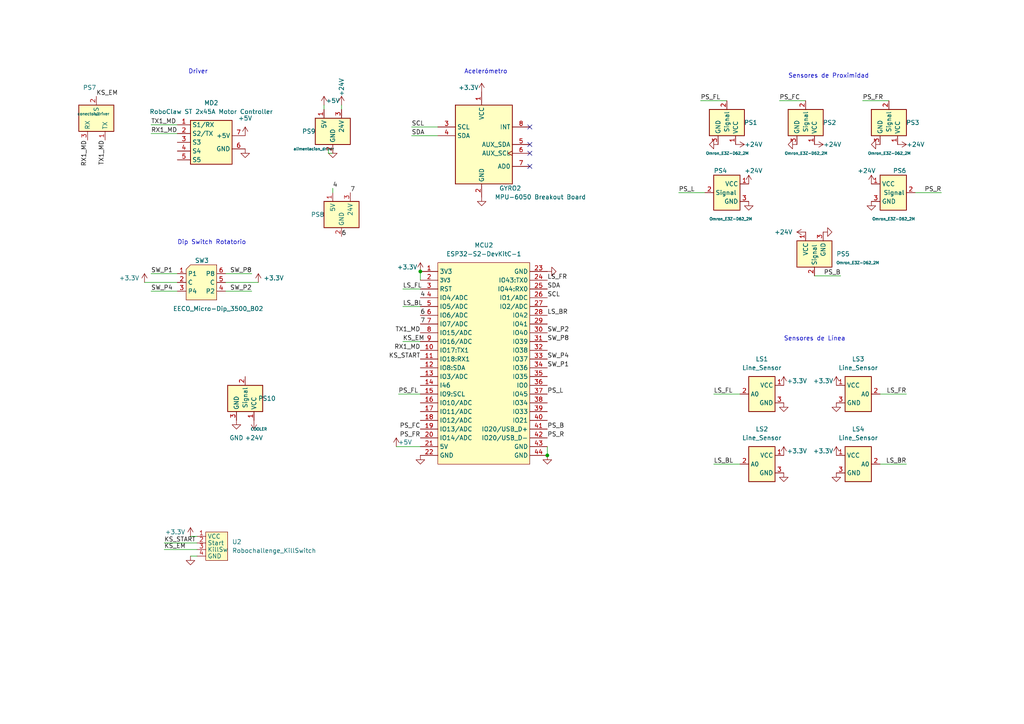
<source format=kicad_sch>
(kicad_sch (version 20230121) (generator eeschema)
  (paper "A4")
  (lib_symbols
    (symbol "+24V_1" (power) (pin_names (offset 0))
      (property "Value" "+24V_1" (at 0 3.556 0))
      (symbol "+24V_1_0_1"
        (polyline (pts (xy -0.762 1.27) (xy 0 2.54)))
        (polyline (pts (xy 0 0) (xy 0 2.54)))
        (polyline (pts (xy 0 2.54) (xy 0.762 1.27)))
      )
      (symbol "+24V_1_1_1"
        (pin power_in line (at 0 0 90) (length 0) hide (name "+24V") (number "1"))
      )
    )
    (symbol "GND_1" (power) (pin_names (offset 0))
      (property "Value" "GND_1" (at 0 -3.81 0))
      (symbol "GND_1_0_1"
        (polyline (pts (xy 0 0) (xy 0 -1.27) (xy 1.27 -1.27) (xy 0 -2.54) (xy -1.27 -1.27) (xy 0 -1.27)))
      )
      (symbol "GND_1_1_1"
        (pin power_in line (at 0 0 270) (length 0) hide (name "GND") (number "1"))
      )
    )
    (symbol "Omron_E3Z-D62_2M_10"
      (property "Reference" "PS" (at -3.81 6.35 0))
      (property "Value" "Omron_E3Z-D62_2M_10" (at 3.81 6.35 0))
      (symbol "Omron_E3Z-D62_2M_10_0_1"
        (rectangle (start -3.81 5.08) (end 3.81 -5.08) (stroke (width 0.254)) (fill (type background)))
      )
      (symbol "Omron_E3Z-D62_2M_10_1_1"
        (pin power_in line (at -6.35 2.54 0) (length 2.54) (name "VCC") (number "1"))
        (pin output line (at 6.35 0 180) (length 2.54) (name "Signal") (number "2"))
        (pin power_in line (at -6.35 -2.54 0) (length 2.54) (name "GND") (number "3"))
      )
    )
    (symbol "Omron_E3Z-D62_2M_11"
      (property "Reference" "PS" (at -3.81 6.35 0))
      (property "Value" "Omron_E3Z-D62_2M_11" (at 6.985 -6.35 0))
      (symbol "Omron_E3Z-D62_2M_11_0_1"
        (rectangle (start -3.81 5.08) (end 3.81 -5.08) (stroke (width 0.254)) (fill (type background)))
      )
      (symbol "Omron_E3Z-D62_2M_11_1_1"
        (pin power_in line (at -6.35 2.54 0) (length 2.54) (name "VCC") (number "1"))
        (pin output line (at 6.35 0 180) (length 2.54) (name "Signal") (number "2"))
        (pin power_in line (at -6.35 -2.54 0) (length 2.54) (name "GND") (number "3"))
      )
    )
    (symbol "Omron_E3Z-D62_2M_12"
      (property "Reference" "PS7" (at 8.89 0 90))
      (property "Value" "conector_driver" (at 7.62 12.7 90))
      (symbol "Omron_E3Z-D62_2M_12_0_1"
        (rectangle (start -3.81 5.08) (end 3.81 -5.08) (stroke (width 0.254)) (fill (type background)))
      )
      (symbol "Omron_E3Z-D62_2M_12_1_1"
        (pin power_in line (at -6.35 2.54 0) (length 2.54) (name "TX") (number "1"))
        (pin output line (at 6.35 0 180) (length 2.54) (name "KS") (number "2"))
        (pin power_in line (at -6.35 -2.54 0) (length 2.54) (name "RX") (number "3"))
      )
    )
    (symbol "Omron_E3Z-D62_2M_13"
      (property "Reference" "PS9" (at 0 8.89 90))
      (property "Value" "conector_driver" (at 3.81 1.27 90))
      (symbol "Omron_E3Z-D62_2M_13_0_1"
        (rectangle (start -3.81 5.08) (end 3.81 -5.08) (stroke (width 0.254)) (fill (type background)))
      )
      (symbol "Omron_E3Z-D62_2M_13_1_1"
        (pin power_in line (at -6.35 2.54 0) (length 2.54) (name "5V") (number "1"))
        (pin output line (at 6.35 0 180) (length 2.54) (name "GND") (number "2"))
        (pin power_in line (at -6.35 -2.54 0) (length 2.54) (name "24V") (number "3"))
      )
    )
    (symbol "Omron_E3Z-D62_2M_7"
      (property "Reference" "PS" (at -3.81 6.35 0))
      (property "Value" "Omron_E3Z-D62_2M_7" (at 3.81 6.35 0))
      (symbol "Omron_E3Z-D62_2M_7_0_1"
        (rectangle (start -3.81 5.08) (end 3.81 -5.08) (stroke (width 0.254)) (fill (type background)))
      )
      (symbol "Omron_E3Z-D62_2M_7_1_1"
        (pin power_in line (at -6.35 2.54 0) (length 2.54) (name "VCC") (number "1"))
        (pin output line (at 6.35 0 180) (length 2.54) (name "Signal") (number "2"))
        (pin power_in line (at -6.35 -2.54 0) (length 2.54) (name "GND") (number "3"))
      )
    )
    (symbol "Omron_E3Z-D62_2M_8"
      (property "Reference" "PS" (at -3.81 6.35 0))
      (property "Value" "Omron_E3Z-D62_2M_8" (at 3.81 6.35 0))
      (symbol "Omron_E3Z-D62_2M_8_0_1"
        (rectangle (start -3.81 5.08) (end 3.81 -5.08) (stroke (width 0.254)) (fill (type background)))
      )
      (symbol "Omron_E3Z-D62_2M_8_1_1"
        (pin power_in line (at -6.35 2.54 0) (length 2.54) (name "VCC") (number "1"))
        (pin output line (at 6.35 0 180) (length 2.54) (name "Signal") (number "2"))
        (pin power_in line (at -6.35 -2.54 0) (length 2.54) (name "GND") (number "3"))
      )
    )
    (symbol "Omron_E3Z-D62_2M_9"
      (property "Reference" "PS" (at -3.81 6.35 0))
      (property "Value" "Omron_E3Z-D62_2M_9" (at 3.81 6.35 0))
      (symbol "Omron_E3Z-D62_2M_9_0_1"
        (rectangle (start -3.81 5.08) (end 3.81 -5.08) (stroke (width 0.254)) (fill (type background)))
      )
      (symbol "Omron_E3Z-D62_2M_9_1_1"
        (pin power_in line (at -6.35 2.54 0) (length 2.54) (name "VCC") (number "1"))
        (pin output line (at 6.35 0 180) (length 2.54) (name "Signal") (number "2"))
        (pin power_in line (at -6.35 -2.54 0) (length 2.54) (name "GND") (number "3"))
      )
    )
    (symbol "keilev_Library:MPU-6050 Breakout Board"
      (property "Reference" "GYRO" (at -11.43 13.97 0))
      (property "Value" "MPU-6050 Breakout Board" (at 7.62 -17.78 0))
      (symbol "MPU-6050 Breakout Board_0_0"
        (text "" (at 3.81 -5.08 0) (effects (font (size 1.27 1.27))))
      )
      (symbol "MPU-6050 Breakout Board_0_1"
        (rectangle (start -7.62 11.43) (end 8.89 -11.43) (stroke (width 0.254)) (fill (type background)))
      )
      (symbol "MPU-6050 Breakout Board_1_1"
        (pin power_in line (at 0 15.24 270) (length 3.81) (name "VCC") (number "1"))
        (pin power_in line (at 0 -15.24 90) (length 3.81) (name "GND") (number "2"))
        (pin input line (at -12.7 5.08 0) (length 5.08) (name "SCL") (number "3"))
        (pin bidirectional line (at -12.7 2.54 0) (length 5.08) (name "SDA") (number "4"))
        (pin bidirectional line (at 13.97 0 180) (length 5.08) (name "AUX_SDA") (number "5"))
        (pin output clock (at 13.97 -2.54 180) (length 5.08) (name "AUX_SCL") (number "6"))
        (pin input line (at 13.97 -6.35 180) (length 5.08) (name "AD0") (number "7"))
        (pin output line (at 13.97 5.08 180) (length 5.08) (name "INT") (number "8"))
      )
    )
    (symbol "luison-electronics:EECO_Micro-Dip_3500_B02"
      (property "Reference" "SW" (at -17.78 11.43 0))
      (property "Value" "EECO_Micro-Dip_3500_B02" (at -15.24 8.89 0))
      (symbol "EECO_Micro-Dip_3500_B02_0_1"
        (polyline (pts (xy -5.08 5.08) (xy 5.08 5.08) (xy 5.08 -3.81) (xy -3.81 -3.81) (xy -5.08 -2.54) (xy -5.08 5.08)) (fill (type background)))
      )
      (symbol "EECO_Micro-Dip_3500_B02_1_1"
        (pin output line (at -2.54 -6.35 90) (length 2.54) (name "P1") (number "1"))
        (pin power_in line (at 0 -6.35 90) (length 2.54) (name "C") (number "2"))
        (pin output line (at 2.54 -6.35 90) (length 2.54) (name "P4") (number "3"))
        (pin output line (at 2.54 7.62 270) (length 2.54) (name "P2") (number "4"))
        (pin power_in line (at 0 7.62 270) (length 2.54) (name "C") (number "5"))
        (pin output line (at -2.54 7.62 270) (length 2.54) (name "P8") (number "6"))
      )
    )
    (symbol "luison-electronics:ESP32-S2-DevKitC-1"
      (property "Reference" "MCU" (at 12.7 6.35 0))
      (property "Value" "ESP32-S2-DevKitC-1" (at 16.51 3.81 0))
      (symbol "ESP32-S2-DevKitC-1_0_0"
        (pin power_out line (at 0 0 0) (length 5.08) (name "3V3") (number "1"))
        (pin bidirectional line (at 0 -22.86 0) (length 5.08) (name "IO17/ADC/DAC") (number "10") (alternate "IO17:TX1" output line))
        (pin bidirectional line (at 0 -25.4 0) (length 5.08) (name "IO18/ADC/DAC") (number "11") (alternate "IO18:RX1" input line))
        (pin bidirectional line (at 0 -27.94 0) (length 5.08) (name "IO8/ADC") (number "12") (alternate "IO8:SDA" bidirectional line))
        (pin bidirectional line (at 0 -30.48 0) (length 5.08) (name "IO3/ADC") (number "13"))
        (pin input line (at 0 -33.02 0) (length 5.08) (name "I46") (number "14"))
        (pin bidirectional line (at 0 -35.56 0) (length 5.08) (name "IO9/ADC") (number "15") (alternate "IO9:SCL" output line))
        (pin bidirectional line (at 0 -38.1 0) (length 5.08) (name "IO10/ADC") (number "16"))
        (pin bidirectional line (at 0 -40.64 0) (length 5.08) (name "IO11/ADC") (number "17"))
        (pin bidirectional line (at 0 -43.18 0) (length 5.08) (name "IO12/ADC") (number "18"))
        (pin bidirectional line (at 0 -45.72 0) (length 5.08) (name "IO13/ADC") (number "19"))
        (pin power_out line (at 0 -2.54 0) (length 5.08) (name "3V3") (number "2"))
        (pin bidirectional line (at 0 -48.26 0) (length 5.08) (name "IO14/ADC") (number "20"))
        (pin power_in line (at 0 -50.8 0) (length 5.08) (name "5V") (number "21"))
        (pin power_in line (at 0 -53.34 0) (length 5.08) (name "GND") (number "22"))
        (pin power_in line (at 36.83 0 180) (length 5.08) (name "GND") (number "23"))
        (pin bidirectional line (at 36.83 -2.54 180) (length 5.08) (name "IO43") (number "24") (alternate "IO43:TX0" output line))
        (pin bidirectional line (at 36.83 -5.08 180) (length 5.08) (name "IO44") (number "25") (alternate "IO44:RX0" input line))
        (pin bidirectional line (at 36.83 -7.62 180) (length 5.08) (name "IO1/ADC") (number "26"))
        (pin bidirectional line (at 36.83 -10.16 180) (length 5.08) (name "IO2/ADC") (number "27"))
        (pin bidirectional line (at 36.83 -12.7 180) (length 5.08) (name "IO42") (number "28"))
        (pin bidirectional line (at 36.83 -15.24 180) (length 5.08) (name "IO41") (number "29"))
        (pin input line (at 0 -5.08 0) (length 5.08) (name "RST") (number "3"))
        (pin bidirectional line (at 36.83 -17.78 180) (length 5.08) (name "IO40") (number "30"))
        (pin bidirectional line (at 36.83 -20.32 180) (length 5.08) (name "IO39") (number "31"))
        (pin bidirectional line (at 36.83 -22.86 180) (length 5.08) (name "IO38") (number "32"))
        (pin bidirectional line (at 36.83 -25.4 180) (length 5.08) (name "IO37") (number "33"))
        (pin bidirectional line (at 36.83 -27.94 180) (length 5.08) (name "IO36") (number "34"))
        (pin bidirectional line (at 36.83 -30.48 180) (length 5.08) (name "IO35") (number "35"))
        (pin bidirectional line (at 36.83 -33.02 180) (length 5.08) (name "IO0") (number "36"))
        (pin bidirectional line (at 36.83 -35.56 180) (length 5.08) (name "IO45") (number "37"))
        (pin bidirectional line (at 36.83 -38.1 180) (length 5.08) (name "IO34") (number "38"))
        (pin bidirectional line (at 36.83 -40.64 180) (length 5.08) (name "IO33") (number "39"))
        (pin bidirectional line (at 0 -7.62 0) (length 5.08) (name "IO4/ADC") (number "4"))
        (pin bidirectional line (at 36.83 -43.18 180) (length 5.08) (name "IO21") (number "40"))
        (pin bidirectional line (at 36.83 -45.72 180) (length 5.08) (name "IO20/USB_D+") (number "41"))
        (pin bidirectional line (at 36.83 -48.26 180) (length 5.08) (name "IO20/USB_D-") (number "42"))
        (pin power_in line (at 36.83 -50.8 180) (length 5.08) (name "GND") (number "43"))
        (pin power_in line (at 36.83 -53.34 180) (length 5.08) (name "GND") (number "44"))
        (pin bidirectional line (at 0 -10.16 0) (length 5.08) (name "IO5/ADC") (number "5"))
        (pin bidirectional line (at 0 -12.7 0) (length 5.08) (name "IO6/ADC") (number "6"))
        (pin bidirectional line (at 0 -15.24 0) (length 5.08) (name "IO7/ADC") (number "7"))
        (pin bidirectional line (at 0 -17.78 0) (length 5.08) (name "IO15/ADC") (number "8"))
        (pin bidirectional line (at 0 -20.32 0) (length 5.08) (name "IO16/ADC") (number "9"))
      )
      (symbol "ESP32-S2-DevKitC-1_0_1"
        (polyline (pts (xy 5.08 2.54) (xy 31.75 2.54) (xy 31.75 -55.88) (xy 5.08 -55.88) (xy 5.08 2.54)) (stroke (width 0.1524)) (fill (type background)))
      )
    )
    (symbol "luison-electronics:Line_Sensor"
      (property "Reference" "LS" (at -3.81 6.35 0))
      (property "Value" "Line_Sensor" (at 3.81 6.35 0))
      (symbol "Line_Sensor_0_1"
        (rectangle (start -3.81 5.08) (end 3.81 -5.08) (stroke (width 0.254)) (fill (type background)))
      )
      (symbol "Line_Sensor_1_1"
        (pin power_in line (at -6.35 2.54 0) (length 2.54) (name "VCC") (number "1"))
        (pin output line (at 6.35 0 180) (length 2.54) (name "A0") (number "2"))
        (pin power_in line (at -6.35 -2.54 0) (length 2.54) (name "GND") (number "3"))
      )
    )
    (symbol "luison-electronics:Omron_E3Z-D62_2M"
      (property "Reference" "PS" (at -3.81 6.35 0))
      (property "Value" "Omron_E3Z-D62_2M" (at 3.81 6.35 0))
      (symbol "Omron_E3Z-D62_2M_0_1"
        (rectangle (start -3.81 5.08) (end 3.81 -5.08) (stroke (width 0.254)) (fill (type background)))
      )
      (symbol "Omron_E3Z-D62_2M_1_1"
        (pin power_in line (at -6.35 2.54 0) (length 2.54) (name "VCC") (number "1"))
        (pin output line (at 6.35 0 180) (length 2.54) (name "Signal") (number "2"))
        (pin power_in line (at -6.35 -2.54 0) (length 2.54) (name "GND") (number "3"))
      )
    )
    (symbol "luison-electronics:RoboClaw ST 2x45A Motor Controller"
      (property "Reference" "MD" (at -3.81 10.795 0))
      (property "Value" "RoboClaw ST 2x45A Motor Controller" (at 12.7 8.255 0))
      (symbol "RoboClaw ST 2x45A Motor Controller_0_0"
        (pin input line (at -9.525 5.08 0) (length 3.81) (name "S1/RX") (number "1"))
        (pin bidirectional line (at -9.525 2.54 0) (length 3.81) (name "S2/TX") (number "2"))
        (pin input line (at -9.525 0 0) (length 3.81) (name "S3") (number "3"))
        (pin input line (at -9.525 -2.54 0) (length 3.81) (name "S4") (number "4"))
        (pin input line (at -9.525 -5.08 0) (length 3.81) (name "S5") (number "5"))
        (pin power_out line (at 10.16 -1.905 180) (length 3.81) (name "GND") (number "6"))
        (pin power_out line (at 10.16 1.905 180) (length 3.81) (name "+5V") (number "7"))
      )
      (symbol "RoboClaw ST 2x45A Motor Controller_0_1"
        (rectangle (start -5.715 6.35) (end 6.35 -6.35) (stroke (width 0.25)) (fill (type background)))
      )
    )
    (symbol "luison-electronics:Robochallenge_KillSwitch"
      (property "Reference" "U" (at 0.635 8.255 0))
      (property "Value" "Robochallenge_KillSwitch" (at 15.875 8.255 0))
      (symbol "Robochallenge_KillSwitch_0_1"
        (rectangle (start -3.175 4.445) (end 3.175 -3.81) (fill (type background)))
      )
      (symbol "Robochallenge_KillSwitch_1_1"
        (pin power_in line (at -5.715 3.175 0) (length 2.54) (name "VCC") (number "1"))
        (pin output line (at -5.715 1.27 0) (length 2.54) (name "Start") (number "2"))
        (pin output line (at -5.715 -0.635 0) (length 2.54) (name "KillSw") (number "3"))
        (pin power_in line (at -5.715 -2.54 0) (length 2.54) (name "GND") (number "4"))
      )
    )
    (symbol "power:+24V" (power) (pin_names (offset 0))
      (property "Value" "+24V" (at 0 3.556 0))
      (symbol "+24V_0_1"
        (polyline (pts (xy -0.762 1.27) (xy 0 2.54)))
        (polyline (pts (xy 0 0) (xy 0 2.54)))
        (polyline (pts (xy 0 2.54) (xy 0.762 1.27)))
      )
      (symbol "+24V_1_1"
        (pin power_in line (at 0 0 90) (length 0) hide (name "+24V") (number "1"))
      )
    )
    (symbol "power:+3.3V" (power) (pin_names (offset 0))
      (property "Value" "+3.3V" (at 0 3.556 0))
      (symbol "+3.3V_0_1"
        (polyline (pts (xy -0.762 1.27) (xy 0 2.54)))
        (polyline (pts (xy 0 0) (xy 0 2.54)))
        (polyline (pts (xy 0 2.54) (xy 0.762 1.27)))
      )
      (symbol "+3.3V_1_1"
        (pin power_in line (at 0 0 90) (length 0) hide (name "+3.3V") (number "1"))
      )
    )
    (symbol "power:+5V" (power) (pin_names (offset 0))
      (property "Value" "+5V" (at 0 3.556 0))
      (symbol "+5V_0_1"
        (polyline (pts (xy -0.762 1.27) (xy 0 2.54)))
        (polyline (pts (xy 0 0) (xy 0 2.54)))
        (polyline (pts (xy 0 2.54) (xy 0.762 1.27)))
      )
      (symbol "+5V_1_1"
        (pin power_in line (at 0 0 90) (length 0) hide (name "+5V") (number "1"))
      )
    )
    (symbol "power:GND" (power) (pin_names (offset 0))
      (property "Value" "GND" (at 0 -3.81 0))
      (symbol "GND_0_1"
        (polyline (pts (xy 0 0) (xy 0 -1.27) (xy 1.27 -1.27) (xy 0 -2.54) (xy -1.27 -1.27) (xy 0 -1.27)))
      )
      (symbol "GND_1_1"
        (pin power_in line (at 0 0 270) (length 0) hide (name "GND") (number "1"))
      )
    )
  )
  (junction (at 158.75 132.08))
  (junction (at 121.92 78.74))
  (no_connect (at 153.67 41.91))
  (no_connect (at 153.67 44.45))
  (no_connect (at 153.67 48.26))
  (no_connect (at 153.67 36.83))
  (wire (pts (xy 43.815 36.195) (xy 51.435 36.195)))
  (wire (pts (xy 273.05 55.88) (xy 265.43 55.88)))
  (wire (pts (xy 250.19 29.21) (xy 257.81 29.21)))
  (wire (pts (xy 96.52 44.45) (xy 95.25 44.45)))
  (wire (pts (xy 116.84 99.06) (xy 121.92 99.06)))
  (wire (pts (xy 243.84 80.01) (xy 236.22 80.01)))
  (wire (pts (xy 207.01 114.3) (xy 214.63 114.3)))
  (wire (pts (xy 43.815 79.375) (xy 51.435 79.375)))
  (wire (pts (xy 43.815 38.735) (xy 51.435 38.735)))
  (wire (pts (xy 73.025 84.455) (xy 65.405 84.455)))
  (wire (pts (xy 93.98 31.75) (xy 93.98 30.48)))
  (wire (pts (xy 47.625 157.48) (xy 57.15 157.48)))
  (wire (pts (xy 65.405 81.915) (xy 74.93 81.915)))
  (wire (pts (xy 51.435 81.915) (xy 41.91 81.915)))
  (wire (pts (xy 114.935 129.54) (xy 121.92 129.54)))
  (wire (pts (xy 73.025 79.375) (xy 65.405 79.375)))
  (wire (pts (xy 95.25 44.45) (xy 95.25 43.18)))
  (wire (pts (xy 121.92 78.74) (xy 121.92 81.28)))
  (wire (pts (xy 203.2 29.21) (xy 210.82 29.21)))
  (wire (pts (xy 95.25 43.18) (xy 96.52 43.18)))
  (wire (pts (xy 207.01 134.62) (xy 214.63 134.62)))
  (wire (pts (xy 116.84 83.82) (xy 121.92 83.82)))
  (wire (pts (xy 99.06 31.75) (xy 99.06 30.48)))
  (wire (pts (xy 196.85 55.88) (xy 204.47 55.88)))
  (wire (pts (xy 43.815 84.455) (xy 51.435 84.455)))
  (wire (pts (xy 119.38 39.37) (xy 127 39.37)))
  (wire (pts (xy 116.84 88.9) (xy 121.92 88.9)))
  (wire (pts (xy 226.06 29.21) (xy 233.68 29.21)))
  (wire (pts (xy 96.52 55.88) (xy 96.52 54.61)))
  (wire (pts (xy 55.245 155.575) (xy 57.15 155.575)))
  (wire (pts (xy 255.27 134.62) (xy 262.89 134.62)))
  (wire (pts (xy 115.57 114.3) (xy 121.92 114.3)))
  (wire (pts (xy 158.75 129.54) (xy 158.75 132.08)))
  (wire (pts (xy 255.27 114.3) (xy 262.89 114.3)))
  (wire (pts (xy 119.38 36.83) (xy 127 36.83)))
  (wire (pts (xy 47.625 159.385) (xy 57.15 159.385)))
  (wire (pts (xy 55.245 161.29) (xy 57.15 161.29)))
  (text "Sensores de Proximidad" (at 228.6 22.86 0) (effects (font (size 1.27 1.27)) (justify left bottom)))
  (text "Dip Switch Rotatorio" (at 51.435 71.12 0) (effects (font (size 1.27 1.27)) (justify left bottom)))
  (text "Sensores de Línea" (at 227.33 99.06 0) (effects (font (size 1.27 1.27)) (justify left bottom)))
  (text "Driver" (at 54.61 21.59 0) (effects (font (size 1.27 1.27)) (justify left bottom)))
  (text "Acelerómetro" (at 134.62 21.59 0) (effects (font (size 1.27 1.27)) (justify left bottom)))
  (label "PS_B" (at 243.84 80.01 180))
  (label "LS_FL" (at 207.01 114.3 0))
  (label "TX1_MD" (at 121.92 96.52 180))
  (label "SW_P8" (at 73.025 79.375 180))
  (label "KS_EM" (at 116.84 99.06 0))
  (label "LS_FR" (at 158.75 81.28 0))
  (label "SW_P4" (at 158.75 104.14 0))
  (label "LS_BR" (at 262.89 134.62 180))
  (label "PS_L" (at 158.75 114.3 0))
  (label "TX1_MD" (at 30.48 40.64 270))
  (label "LS_BL" (at 116.84 88.9 0))
  (label "SW_P2" (at 73.025 84.455 180))
  (label "KS_EM" (at 47.625 159.385 0))
  (label "KS_START" (at 121.92 104.14 180))
  (label "4" (at 121.92 86.36 0))
  (label "TX1_MD" (at 43.815 36.195 0))
  (label "RX1_MD" (at 43.815 38.735 0))
  (label "KS_EM" (at 27.94 27.94 0))
  (label "SDA" (at 119.38 39.37 0))
  (label "PS_R" (at 158.75 127 0))
  (label "SW_P8" (at 158.75 99.06 0))
  (label "7" (at 101.6 55.88 0))
  (label "PS_FR" (at 250.19 29.21 0))
  (label "SW_P1" (at 158.75 106.68 0))
  (label "7" (at 121.92 93.98 0))
  (label "LS_BR" (at 158.75 91.44 0))
  (label "4" (at 96.52 54.61 0))
  (label "PS_FC" (at 121.92 124.46 180))
  (label "PS_B" (at 158.75 124.46 0))
  (label "PS_FL" (at 115.57 114.3 0))
  (label "RX1_MD" (at 121.92 101.6 180))
  (label "SDA" (at 158.75 83.82 0))
  (label "6" (at 121.92 91.44 0))
  (label "SCL" (at 158.75 86.36 0))
  (label "SW_P4" (at 43.815 84.455 0))
  (label "6" (at 99.06 68.58 0))
  (label "KS_START" (at 47.625 157.48 0))
  (label "PS_FR" (at 121.92 127 180))
  (label "SW_P2" (at 158.75 96.52 0))
  (label "PS_FL" (at 203.2 29.21 0))
  (label "LS_FR" (at 262.89 114.3 180))
  (label "PS_L" (at 196.85 55.88 0))
  (label "PS_FC" (at 226.06 29.21 0))
  (label "LS_BL" (at 207.01 134.62 0))
  (label "RX1_MD" (at 25.4 40.64 270))
  (label "SW_P1" (at 43.815 79.375 0))
  (label "SCL" (at 119.38 36.83 0))
  (label "LS_FL" (at 116.84 83.82 0))
  (label "PS_R" (at 273.05 55.88 180))
  (symbol (lib_id "power:GND") (at 231.14 41.91 270) (mirror x) (unit 1)
    (property "Reference" "#PWR048" (effects hide))
    (property "Value" "GND" (effects hide))
  )
  (symbol (lib_id "power:GND") (at 208.28 41.91 270) (mirror x) (unit 1)
    (property "Reference" "#PWR046" (effects hide))
    (property "Value" "GND" (effects hide))
  )
  (symbol (lib_id "luison-electronics:Line_Sensor") (at 220.98 134.62 0) (mirror y) (unit 1)
    (property "Reference" "LS2" (at 220.98 124.46 0))
    (property "Value" "Line_Sensor" (at 220.98 127 0))
    (property "Footprint" "luison-electronics:JST_XH_B3B-XH-A_1x03_P2.50mm_Vertical" (effects hide))
  )
  (symbol (lib_id "power:+24V") (at 260.35 41.91 270) (unit 1)
    (property "Reference" "#PWR055" (effects hide))
    (property "Value" "+24V" (at 262.89 41.91 90) (effects (justify left)))
  )
  (symbol (lib_id "power:GND") (at 227.33 116.84 0) (unit 1)
    (property "Reference" "#PWR0109" (effects hide))
    (property "Value" "GND" (effects hide))
  )
  (symbol (lib_id "power:+5V") (at 93.98 30.48 0) (unit 1)
    (property "Reference" "#PWR067" (effects hide))
    (property "Value" "+5V" (at 96.52 29.21 0))
  )
  (symbol (lib_id "power:+24V") (at 233.68 67.31 90) (unit 1)
    (property "Reference" "#PWR049" (effects hide))
    (property "Value" "+24V" (at 229.87 67.31 90) (effects (justify left)))
  )
  (symbol (lib_id "power:+24V") (at 217.17 53.34 0) (unit 1)
    (property "Reference" "#PWR031" (effects hide))
    (property "Value" "+24V" (at 215.9 49.53 0) (effects (justify left)))
  )
  (symbol (lib_id "luison-electronics:Robochallenge_KillSwitch") (at 62.865 158.75 0) (unit 1)
    (property "Reference" "U2" (at 67.31 157.1624 0) (effects (justify left)))
    (property "Value" "Robochallenge_KillSwitch" (at 67.31 159.7024 0) (effects (justify left)))
    (property "Footprint" "luison-electronics:Robochallenge_KillSwitch" (effects hide))
  )
  (symbol (lib_id "power:+3.3V") (at 227.33 132.08 0) (mirror y) (unit 1)
    (property "Reference" "#PWR040" (effects hide))
    (property "Value" "+3.3V" (at 231.14 130.81 0))
  )
  (symbol (lib_id "power:+3.3V") (at 74.93 81.915 0) (unit 1)
    (property "Reference" "#PWR064" (effects hide))
    (property "Value" "+3.3V" (at 79.375 80.645 0))
  )
  (symbol (lib_id "power:+3.3V") (at 227.33 111.76 0) (mirror y) (unit 1)
    (property "Reference" "#PWR0110" (effects hide))
    (property "Value" "+3.3V" (at 231.14 110.49 0))
  )
  (symbol (lib_id "power:GND") (at 158.75 132.08 0) (mirror y) (unit 1)
    (property "Reference" "#PWR058" (effects hide))
    (property "Value" "GND" (effects hide))
  )
  (symbol (lib_id "keilev_Library:MPU-6050 Breakout Board") (at 139.7 41.91 0) (unit 1)
    (property "Reference" "GYRO2" (at 144.78 54.61 0) (effects (justify left)))
    (property "Value" "MPU-6050 Breakout Board" (at 143.51 57.15 0) (effects (justify left)))
    (property "Footprint" "luison-electronics:MPU6050 Breakout Board" (effects hide))
    (property "Datasheet" "https://store.invensense.com/datasheets/invensense/MPU-6050_DataSheet_V3%204.pdf" (effects hide))
  )
  (symbol (lib_id "power:GND") (at 71.12 43.18 0) (mirror y) (unit 1)
    (property "Reference" "#PWR063" (effects hide))
    (property "Value" "GND" (effects hide))
  )
  (symbol (lib_name "Omron_E3Z-D62_2M_12") (lib_id "luison-electronics:Omron_E3Z-D62_2M") (at 27.94 34.29 270) (mirror x) (unit 1)
    (property "Reference" "PS7" (at 27.94 25.4 90) (effects (justify right)))
    (property "Value" "conector_driver" (at 31.75 33.02 90) (effects (font (size 0.8 0.8)) (justify right)))
    (property "Footprint" "luison-electronics:JST_XH_B3B-XH-A_1x03_P2.50mm_Vertical" (effects hide))
    (property "Datasheet" "https://www.ia.omron.com/product/item/485/" (effects hide))
  )
  (symbol (lib_name "Omron_E3Z-D62_2M_13") (lib_id "luison-electronics:Omron_E3Z-D62_2M") (at 99.06 62.23 90) (mirror x) (unit 1)
    (property "Reference" "PS8" (at 90.17 62.23 90) (effects (justify right)))
    (property "Value" "alimentacion_driver" (effects hide))
    (property "Footprint" "luison-electronics:JST_XH_B3B-XH-A_1x03_P2.50mm_Vertical" (effects hide))
    (property "Datasheet" "https://www.ia.omron.com/product/item/485/" (effects hide))
  )
  (symbol (lib_id "power:+24V") (at 213.36 41.91 270) (unit 1)
    (property "Reference" "#PWR047" (effects hide))
    (property "Value" "+24V" (at 215.9 41.91 90) (effects (justify left)))
  )
  (symbol (lib_id "power:+3.3V") (at 139.7 26.67 0) (unit 1)
    (property "Reference" "#PWR060" (effects hide))
    (property "Value" "+3.3V" (at 135.89 25.4 0))
  )
  (symbol (lib_id "luison-electronics:Line_Sensor") (at 248.92 114.3 0) (unit 1)
    (property "Reference" "LS3" (at 248.92 104.14 0))
    (property "Value" "Line_Sensor" (at 248.92 106.68 0))
    (property "Footprint" "luison-electronics:JST_XH_B3B-XH-A_1x03_P2.50mm_Vertical" (effects hide))
  )
  (symbol (lib_name "Omron_E3Z-D62_2M_13") (lib_id "luison-electronics:Omron_E3Z-D62_2M") (at 96.52 38.1 90) (mirror x) (unit 1)
    (property "Reference" "PS9" (at 87.63 38.1 90) (effects (justify right)))
    (property "Value" "alimentacion_driver" (at 85.09 43.18 90) (effects (font (size 0.8 0.8)) (justify right)))
    (property "Footprint" "luison-electronics:JST_XH_B3B-XH-A_1x03_P2.50mm_Vertical" (effects hide))
    (property "Datasheet" "https://www.ia.omron.com/product/item/485/" (effects hide))
  )
  (symbol (lib_id "power:GND") (at 217.17 58.42 0) (mirror y) (unit 1)
    (property "Reference" "#PWR032" (effects hide))
    (property "Value" "GND" (effects hide))
  )
  (symbol (lib_id "luison-electronics:Line_Sensor") (at 220.98 114.3 0) (mirror y) (unit 1)
    (property "Reference" "LS1" (at 220.98 104.14 0))
    (property "Value" "Line_Sensor" (at 220.98 106.68 0))
    (property "Footprint" "luison-electronics:JST_XH_B3B-XH-A_1x03_P2.50mm_Vertical" (effects hide))
  )
  (symbol (lib_id "power:GND") (at 238.76 67.31 90) (mirror x) (unit 1)
    (property "Reference" "#PWR051" (effects hide))
    (property "Value" "GND" (effects hide))
  )
  (symbol (lib_id "power:GND") (at 255.27 41.91 270) (mirror x) (unit 1)
    (property "Reference" "#PWR054" (effects hide))
    (property "Value" "GND" (effects hide))
  )
  (symbol (lib_id "power:+3.3V") (at 55.245 155.575 0) (mirror y) (unit 1)
    (property "Reference" "#PWR068" (effects hide))
    (property "Value" "+3.3V" (at 50.8 154.305 0))
  )
  (symbol (lib_name "GND_1") (lib_id "power:GND") (at 68.58 121.92 0) (unit 1)
    (property "Reference" "#PWR02" (effects hide))
    (property "Value" "GND" (at 68.58 127 0))
  )
  (symbol (lib_id "power:+3.3V") (at 242.57 132.08 0) (unit 1)
    (property "Reference" "#PWR044" (effects hide))
    (property "Value" "+3.3V" (at 238.76 130.81 0))
  )
  (symbol (lib_id "power:+24V") (at 99.06 30.48 0) (unit 1)
    (property "Reference" "#PWR070" (effects hide))
    (property "Value" "+24V" (at 99.06 27.94 90) (effects (justify left)))
  )
  (symbol (lib_id "power:GND") (at 96.52 43.18 0) (mirror y) (unit 1)
    (property "Reference" "#PWR073" (effects hide))
    (property "Value" "GND" (effects hide))
  )
  (symbol (lib_id "power:+24V") (at 236.22 41.91 270) (unit 1)
    (property "Reference" "#PWR050" (effects hide))
    (property "Value" "+24V" (at 238.76 41.91 90) (effects (justify left)))
  )
  (symbol (lib_id "power:GND") (at 242.57 116.84 0) (mirror y) (unit 1)
    (property "Reference" "#PWR043" (effects hide))
    (property "Value" "GND" (effects hide))
  )
  (symbol (lib_name "Omron_E3Z-D62_2M_7") (lib_id "luison-electronics:Omron_E3Z-D62_2M") (at 257.81 35.56 270) (mirror x) (unit 1)
    (property "Reference" "PS3" (at 266.7 35.56 90) (effects (justify right)))
    (property "Value" "Omron_E3Z-D62_2M" (at 264.16 44.45 90) (effects (font (size 0.8 0.8)) (justify right)))
    (property "Footprint" "luison-electronics:JST_XH_B3B-XH-A_1x03_P2.50mm_Vertical" (effects hide))
    (property "Datasheet" "https://www.ia.omron.com/product/item/485/" (effects hide))
  )
  (symbol (lib_name "Omron_E3Z-D62_2M_11") (lib_id "luison-electronics:Omron_E3Z-D62_2M") (at 210.82 35.56 270) (mirror x) (unit 1)
    (property "Reference" "PS1" (at 219.71 35.56 90) (effects (justify right)))
    (property "Value" "Omron_E3Z-D62_2M" (at 217.17 44.45 90) (effects (font (size 0.8 0.8)) (justify right)))
    (property "Footprint" "luison-electronics:JST_XH_B3B-XH-A_1x03_P2.50mm_Vertical" (effects hide))
    (property "Datasheet" "https://www.ia.omron.com/product/item/485/" (effects hide))
  )
  (symbol (lib_id "power:GND") (at 158.75 78.74 90) (mirror x) (unit 1)
    (property "Reference" "#PWR057" (effects hide))
    (property "Value" "GND" (effects hide))
  )
  (symbol (lib_id "power:GND") (at 242.57 137.16 0) (mirror y) (unit 1)
    (property "Reference" "#PWR045" (effects hide))
    (property "Value" "GND" (effects hide))
  )
  (symbol (lib_id "power:+5V") (at 71.12 39.37 0) (unit 1)
    (property "Reference" "#PWR062" (effects hide))
    (property "Value" "+5V" (at 71.12 34.29 0))
  )
  (symbol (lib_id "power:GND") (at 227.33 137.16 0) (unit 1)
    (property "Reference" "#PWR041" (effects hide))
    (property "Value" "GND" (effects hide))
  )
  (symbol (lib_name "Omron_E3Z-D62_2M_8") (lib_id "luison-electronics:Omron_E3Z-D62_2M") (at 259.08 55.88 0) (unit 1)
    (property "Reference" "PS6" (at 262.89 49.53 0) (effects (justify right)))
    (property "Value" "Omron_E3Z-D62_2M" (at 265.43 63.5 0) (effects (font (size 0.8 0.8)) (justify right)))
    (property "Footprint" "luison-electronics:JST_XH_B3B-XH-A_1x03_P2.50mm_Vertical" (effects hide))
    (property "Datasheet" "https://www.ia.omron.com/product/item/485/" (effects hide))
  )
  (symbol (lib_id "luison-electronics:Line_Sensor") (at 248.92 134.62 0) (unit 1)
    (property "Reference" "LS4" (at 248.92 124.46 0))
    (property "Value" "Line_Sensor" (at 248.92 127 0))
    (property "Footprint" "luison-electronics:JST_XH_B3B-XH-A_1x03_P2.50mm_Vertical" (effects hide))
  )
  (symbol (lib_id "power:GND") (at 55.245 161.29 0) (mirror y) (unit 1)
    (property "Reference" "#PWR069" (effects hide))
    (property "Value" "GND" (effects hide))
  )
  (symbol (lib_id "luison-electronics:RoboClaw ST 2x45A Motor Controller") (at 60.96 41.275 0) (unit 1)
    (property "Reference" "MD2" (at 61.2775 29.845 0))
    (property "Value" "RoboClaw ST 2x45A Motor Controller" (at 61.2775 32.385 0))
    (property "Datasheet" "https://downloads.basicmicro.com/docs/roboclaw_datasheet_ST_2x45A.pdf" (effects hide))
  )
  (symbol (lib_id "power:+24V") (at 252.73 53.34 0) (mirror y) (unit 1)
    (property "Reference" "#PWR052" (effects hide))
    (property "Value" "+24V" (at 254 49.53 0) (effects (justify left)))
  )
  (symbol (lib_id "power:GND") (at 121.92 132.08 0) (mirror y) (unit 1)
    (property "Reference" "#PWR056" (effects hide))
    (property "Value" "GND" (effects hide))
  )
  (symbol (lib_id "luison-electronics:EECO_Micro-Dip_3500_B02") (at 57.785 81.915 270) (unit 1)
    (property "Reference" "SW3" (at 56.515 75.565 90) (effects (justify left)))
    (property "Value" "EECO_Micro-Dip_3500_B02" (at 50.165 89.535 90) (effects (justify left)))
    (property "Footprint" "luison-electronics:EECO Rotary Switch" (effects hide))
    (property "Datasheet" "https://www.eecoswitch.co.uk/product/3500-series/" (effects hide))
  )
  (symbol (lib_id "power:+3.3V") (at 121.92 78.74 0) (unit 1)
    (property "Reference" "#PWR059" (effects hide))
    (property "Value" "+3.3V" (at 118.11 77.47 0))
  )
  (symbol (lib_name "Omron_E3Z-D62_2M_9") (lib_id "luison-electronics:Omron_E3Z-D62_2M") (at 233.68 35.56 270) (mirror x) (unit 1)
    (property "Reference" "PS2" (at 242.57 35.56 90) (effects (justify right)))
    (property "Value" "Omron_E3Z-D62_2M" (at 240.03 44.45 90) (effects (font (size 0.8 0.8)) (justify right)))
    (property "Footprint" "luison-electronics:JST_XH_B3B-XH-A_1x03_P2.50mm_Vertical" (effects hide))
    (property "Datasheet" "https://www.ia.omron.com/product/item/485/" (effects hide))
  )
  (symbol (lib_name "+24V_1") (lib_id "power:+24V") (at 73.66 121.92 180) (unit 1)
    (property "Reference" "#PWR01" (effects hide))
    (property "Value" "+24V" (at 73.66 127 0))
  )
  (symbol (lib_id "power:+5V") (at 114.935 129.54 0) (unit 1)
    (property "Reference" "#PWR065" (effects hide))
    (property "Value" "+5V" (at 117.475 128.27 0))
  )
  (symbol (lib_name "Omron_E3Z-D62_2M_10") (lib_id "luison-electronics:Omron_E3Z-D62_2M") (at 236.22 73.66 90) (mirror x) (unit 1)
    (property "Reference" "PS5" (at 242.57 73.66 90) (effects (justify right)))
    (property "Value" "Omron_E3Z-D62_2M" (at 242.57 76.2 90) (effects (font (size 0.8 0.8)) (justify right)))
    (property "Footprint" "luison-electronics:JST_XH_B3B-XH-A_1x03_P2.50mm_Vertical" (effects hide))
    (property "Datasheet" "https://www.ia.omron.com/product/item/485/" (effects hide))
  )
  (symbol (lib_name "Omron_E3Z-D62_2M_11") (lib_id "luison-electronics:Omron_E3Z-D62_2M") (at 71.12 115.57 270) (mirror x) (unit 1)
    (property "Reference" "PS10" (at 80.01 115.57 90) (effects (justify right)))
    (property "Value" "COOLER" (at 77.47 124.46 90) (effects (font (size 0.8 0.8)) (justify right)))
    (property "Footprint" "luison-electronics:JST_XH_B3B-XH-A_1x03_P2.50mm_Vertical" (effects hide))
    (property "Datasheet" "https://www.ia.omron.com/product/item/485/" (effects hide))
  )
  (symbol (lib_id "luison-electronics:Omron_E3Z-D62_2M") (at 210.82 55.88 0) (mirror y) (unit 1)
    (property "Reference" "PS4" (at 207.01 49.53 0) (effects (justify right)))
    (property "Value" "Omron_E3Z-D62_2M" (at 205.74 63.5 0) (effects (font (size 0.8 0.8)) (justify right)))
    (property "Footprint" "luison-electronics:JST_XH_B3B-XH-A_1x03_P2.50mm_Vertical" (effects hide))
    (property "Datasheet" "https://www.ia.omron.com/product/item/485/" (effects hide))
  )
  (symbol (lib_id "power:+3.3V") (at 41.91 81.915 0) (mirror y) (unit 1)
    (property "Reference" "#PWR066" (effects hide))
    (property "Value" "+3.3V" (at 37.465 80.645 0))
  )
  (symbol (lib_id "power:+3.3V") (at 242.57 111.76 0) (unit 1)
    (property "Reference" "#PWR042" (effects hide))
    (property "Value" "+3.3V" (at 238.76 110.49 0))
  )
  (symbol (lib_id "power:GND") (at 252.73 58.42 0) (unit 1)
    (property "Reference" "#PWR053" (effects hide))
    (property "Value" "GND" (effects hide))
  )
  (symbol (lib_id "power:GND") (at 139.7 57.15 0) (mirror y) (unit 1)
    (property "Reference" "#PWR061" (effects hide))
    (property "Value" "GND" (effects hide))
  )
  (symbol (lib_id "luison-electronics:ESP32-S2-DevKitC-1") (at 121.92 78.74 0) (unit 1)
    (property "Reference" "MCU2" (at 140.335 71.12 0))
    (property "Value" "ESP32-S2-DevKitC-1" (at 140.335 73.66 0))
    (property "Footprint" "luison-electronics:ESP32-S2-DevKitC-1" (effects hide))
    (property "Datasheet" "https://docs.espressif.com/projects/esp-idf/en/latest/esp32s2/hw-reference/esp32s2/user-guide-s2-devkitc-1.html" (effects hide))
    (pin "10" (alternate "IO17:TX1"))
    (pin "11" (alternate "IO18:RX1"))
    (pin "12" (alternate "IO8:SDA"))
    (pin "15" (alternate "IO9:SCL"))
    (pin "24" (alternate "IO43:TX0"))
    (pin "25" (alternate "IO44:RX0"))
  )
)
</source>
